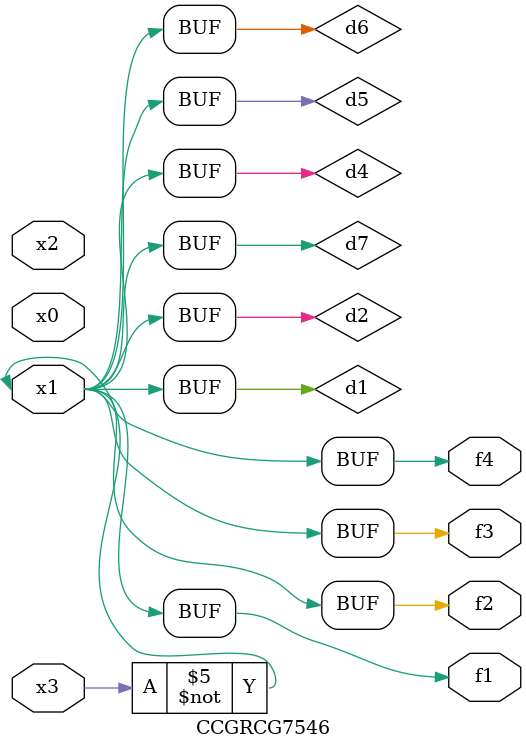
<source format=v>
module CCGRCG7546(
	input x0, x1, x2, x3,
	output f1, f2, f3, f4
);

	wire d1, d2, d3, d4, d5, d6, d7;

	not (d1, x3);
	buf (d2, x1);
	xnor (d3, d1, d2);
	nor (d4, d1);
	buf (d5, d1, d2);
	buf (d6, d4, d5);
	nand (d7, d4);
	assign f1 = d6;
	assign f2 = d7;
	assign f3 = d6;
	assign f4 = d6;
endmodule

</source>
